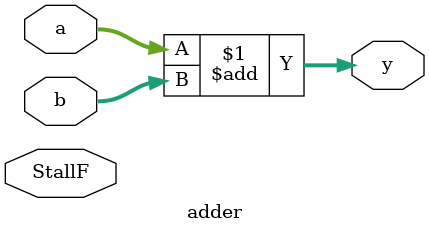
<source format=v>
module adder(input  [31:0] a, b,
             input StallF,
             output [31:0] y);
  
  assign y = a + b; 
endmodule
</source>
